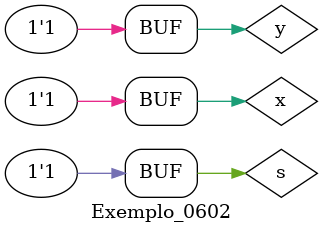
<source format=v>


module or_gate( output s, 
                input  a,
                input  b);

//descrever por portas
or U1(s, a, b);

endmodule //or_gate

//--------------------
// and_gate	     |
//--------------------

module and_gate( output s, 
		 input  a,
		 input  b);

//descrever por portas
and U1(s, a, b);

endmodule //and_gate

//-------------
// multiplexer|
//-------------

module mux ( output s,
	     input  a,
	     input  b,
	     input select );

//definir dados locais
wire notselect;
wire sa;
wire sb;

//descrever por portas 
not U1(notselect, select);

and U2(sa, a, notselect);
and U3(sb, b, select);

or  U4(s, sa, sb);

endmodule//mux

module Exemplo_0602;
//------------------- definir dados
reg x;
reg y;
reg s;
wire w;
wire z;
wire out;
//---------------------- chamada module
 
and_gate moduloAnd(w, x, y);
or_gate  moduloOr(z, x, y);
mux moduloMux(out, w, z, s);

//---------------------- parte principal 
initial 
begin : main 
    $display("Exemplo_0602 - Matheus Santos Rosa Carneiro - 613414");
    $display("Test Lu's module");
    $display("   x    y    s    out ");
    $monitor("%4b %4b %4b %4b", x, y, s, out);

    //projetar testes do modulo
    x = 1'b0; y = 1'b0; s = 1'b0;
#1  x = 1'b0; y = 1'b0; s = 1'b1;
#1  x = 1'b0; y = 1'b1; s = 1'b0;
#1  x = 1'b0; y = 1'b1; s = 1'b1;
#1  x = 1'b1; y = 1'b0; s = 1'b0;
#1  x = 1'b1; y = 1'b0; s = 1'b1;
#1  x = 1'b1; y = 1'b1; s = 1'b0;
#1  x = 1'b1; y = 1'b1; s = 1'b1;

    end 
endmodule//Exemplo_0602  

</source>
